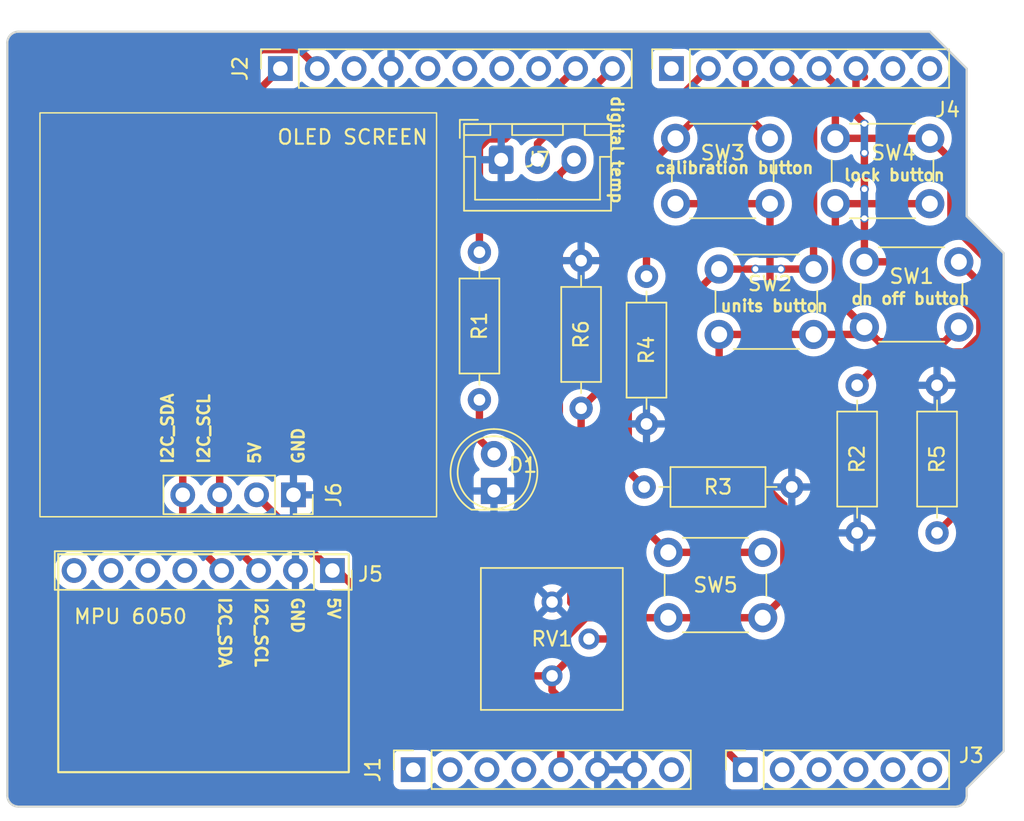
<source format=kicad_pcb>
(kicad_pcb (version 20240108) (generator "pcbnew") (generator_version "8.0")
  (title_block (date "mar. 31 mars 2015"))
  (layers (0 "F.Cu" signal) (31 "B.Cu" power) (34 "B.Paste" user) (35 "F.Paste" user) (36 "B.SilkS" user "B.Silkscreen") (37 "F.SilkS" user "F.Silkscreen") (38 "B.Mask" user) (39 "F.Mask" user) (44 "Edge.Cuts" user))
  (net 0 "")
  (net 1 "GND")
  (net 2 "+5V")
  (net 3 "/IOREF")
  (net 4 "/A1")
  (net 5 "/A2")
  (net 6 "/A3")
  (net 7 "/SDA{slash}A4")
  (net 8 "/SCL{slash}A5")
  (net 9 "/13")
  (net 10 "/12")
  (net 11 "/AREF")
  (net 12 "/temp_digital")
  (net 13 "/7")
  (net 14 "/*11")
  (net 15 "/*10")
  (net 16 "/TX{slash}1")
  (net 17 "/RX{slash}0")
  (net 18 "+3V3")
  (net 19 "VCC")
  (net 20 "/~{RESET}")
  (net 21 "/I2C_SCL")
  (net 22 "/I2C_SDA")
  (net 23 "/button_onoff")
  (net 24 "/button_lock")
  (net 25 "/button_light")
  (net 26 "/button_units")
  (net 27 "/button_cal")
  (net 28 "Net-(D1-A)")
  (net 29 "/led_light")
  (net 30 "/temp_sensor")
  (footprint "Connector_PinSocket_2.54mm:PinSocket_1x08_P2.54mm_Vertical" (layer "F.Cu") (at 127.94 97.46 90)
    (property "Reference" "J1" (at 0 -2.77 90) (layer "F.SilkS"))
    (property "Value" "Power")
    (fp_line (start 1.33 -1.33) (end 1.33 0) (stroke (width 0.12)) (layer "F.SilkS"))
    (fp_line (start 0 -1.33) (end 1.33 -1.33) (stroke (width 0.12)) (layer "F.SilkS"))
    (fp_line (start 1.33 1.27) (end 1.33 19.11) (stroke (width 0.12)) (layer "F.SilkS"))
    (fp_line (start -1.33 1.27) (end 1.33 1.27) (stroke (width 0.12)) (layer "F.SilkS"))
    (fp_line (start -1.33 1.27) (end -1.33 19.11) (stroke (width 0.12)) (layer "F.SilkS"))
    (fp_line (start -1.33 19.11) (end 1.33 19.11) (stroke (width 0.12)) (layer "F.SilkS"))
    (pad "1" thru_hole rect (at 0 0 90) (size 1.7 1.7) (drill 1) (layers "*.Cu" "*.Mask"))
    (pad "2" thru_hole oval (at 0 2.54 90) (size 1.7 1.7) (drill 1) (layers "*.Cu" "*.Mask") (net 3 "/IOREF"))
    (pad "3" thru_hole oval (at 0 5.08 90) (size 1.7 1.7) (drill 1) (layers "*.Cu" "*.Mask") (net 20 "/~{RESET}"))
    (pad "4" thru_hole oval (at 0 7.62 90) (size 1.7 1.7) (drill 1) (layers "*.Cu" "*.Mask") (net 18 "+3V3"))
    (pad "5" thru_hole oval (at 0 10.16 90) (size 1.7 1.7) (drill 1) (layers "*.Cu" "*.Mask") (net 2 "+5V"))
    (pad "6" thru_hole oval (at 0 12.7 90) (size 1.7 1.7) (drill 1) (layers "*.Cu" "*.Mask") (net 1 "GND"))
    (pad "7" thru_hole oval (at 0 15.24 90) (size 1.7 1.7) (drill 1) (layers "*.Cu" "*.Mask") (net 1 "GND"))
    (pad "8" thru_hole oval (at 0 17.78 90) (size 1.7 1.7) (drill 1) (layers "*.Cu" "*.Mask") (net 19 "VCC"))
  )
  (footprint "Connector_PinSocket_2.54mm:PinSocket_1x06_P2.54mm_Vertical" (layer "F.Cu") (at 150.8 97.46 90)
    (property "Reference" "J3" (at 0.98 15.56 180) (layer "F.SilkS"))
    (property "Value" "Analog")
    (fp_line (start 1.33 -1.33) (end 1.33 0) (stroke (width 0.12)) (layer "F.SilkS"))
    (fp_line (start 0 -1.33) (end 1.33 -1.33) (stroke (width 0.12)) (layer "F.SilkS"))
    (fp_line (start 1.33 1.27) (end 1.33 14.03) (stroke (width 0.12)) (layer "F.SilkS"))
    (fp_line (start -1.33 1.27) (end 1.33 1.27) (stroke (width 0.12)) (layer "F.SilkS"))
    (fp_line (start -1.33 1.27) (end -1.33 14.03) (stroke (width 0.12)) (layer "F.SilkS"))
    (fp_line (start -1.33 14.03) (end 1.33 14.03) (stroke (width 0.12)) (layer "F.SilkS"))
    (pad "1" thru_hole rect (at 0 0 90) (size 1.7 1.7) (drill 1) (layers "*.Cu" "*.Mask") (net 30 "/temp_sensor"))
    (pad "2" thru_hole oval (at 0 2.54 90) (size 1.7 1.7) (drill 1) (layers "*.Cu" "*.Mask") (net 4 "/A1"))
    (pad "3" thru_hole oval (at 0 5.08 90) (size 1.7 1.7) (drill 1) (layers "*.Cu" "*.Mask") (net 5 "/A2"))
    (pad "4" thru_hole oval (at 0 7.62 90) (size 1.7 1.7) (drill 1) (layers "*.Cu" "*.Mask") (net 6 "/A3"))
    (pad "5" thru_hole oval (at 0 10.16 90) (size 1.7 1.7) (drill 1) (layers "*.Cu" "*.Mask") (net 7 "/SDA{slash}A4"))
    (pad "6" thru_hole oval (at 0 12.7 90) (size 1.7 1.7) (drill 1) (layers "*.Cu" "*.Mask") (net 8 "/SCL{slash}A5"))
  )
  (footprint "Connector_PinSocket_2.54mm:PinSocket_1x10_P2.54mm_Vertical" (layer "F.Cu") (at 118.796 49.2 90)
    (property "Reference" "J2" (at 0 -2.77 90) (layer "F.SilkS"))
    (property "Value" "Digital/PWM")
    (fp_line (start 1.33 -1.33) (end 1.33 0) (stroke (width 0.12)) (layer "F.SilkS"))
    (fp_line (start 0 -1.33) (end 1.33 -1.33) (stroke (width 0.12)) (layer "F.SilkS"))
    (fp_line (start 1.33 1.27) (end 1.33 24.19) (stroke (width 0.12)) (layer "F.SilkS"))
    (fp_line (start -1.33 1.27) (end 1.33 1.27) (stroke (width 0.12)) (layer "F.SilkS"))
    (fp_line (start -1.33 1.27) (end -1.33 24.19) (stroke (width 0.12)) (layer "F.SilkS"))
    (fp_line (start -1.33 24.19) (end 1.33 24.19) (stroke (width 0.12)) (layer "F.SilkS"))
    (pad "1" thru_hole rect (at 0 0 90) (size 1.7 1.7) (drill 1) (layers "*.Cu" "*.Mask") (net 21 "/I2C_SCL"))
    (pad "2" thru_hole oval (at 0 2.54 90) (size 1.7 1.7) (drill 1) (layers "*.Cu" "*.Mask") (net 22 "/I2C_SDA"))
    (pad "3" thru_hole oval (at 0 5.08 90) (size 1.7 1.7) (drill 1) (layers "*.Cu" "*.Mask") (net 11 "/AREF"))
    (pad "4" thru_hole oval (at 0 7.62 90) (size 1.7 1.7) (drill 1) (layers "*.Cu" "*.Mask") (net 1 "GND"))
    (pad "5" thru_hole oval (at 0 10.16 90) (size 1.7 1.7) (drill 1) (layers "*.Cu" "*.Mask") (net 9 "/13"))
    (pad "6" thru_hole oval (at 0 12.7 90) (size 1.7 1.7) (drill 1) (layers "*.Cu" "*.Mask") (net 10 "/12"))
    (pad "7" thru_hole oval (at 0 15.24 90) (size 1.7 1.7) (drill 1) (layers "*.Cu" "*.Mask") (net 14 "/*11"))
    (pad "8" thru_hole oval (at 0 17.78 90) (size 1.7 1.7) (drill 1) (layers "*.Cu" "*.Mask") (net 15 "/*10"))
    (pad "9" thru_hole oval (at 0 20.32 90) (size 1.7 1.7) (drill 1) (layers "*.Cu" "*.Mask") (net 29 "/led_light"))
    (pad "10" thru_hole oval (at 0 22.86 90) (size 1.7 1.7) (drill 1) (layers "*.Cu" "*.Mask") (net 12 "/temp_digital"))
  )
  (footprint "Connector_PinSocket_2.54mm:PinSocket_1x08_P2.54mm_Vertical" (layer "F.Cu") (at 145.72 49.2 90)
    (property "Reference" "J4" (at -2.83 19 180) (layer "F.SilkS"))
    (property "Value" "Digital/PWM")
    (fp_line (start 1.33 -1.33) (end 1.33 0) (stroke (width 0.12)) (layer "F.SilkS"))
    (fp_line (start 0 -1.33) (end 1.33 -1.33) (stroke (width 0.12)) (layer "F.SilkS"))
    (fp_line (start 1.33 1.27) (end 1.33 19.11) (stroke (width 0.12)) (layer "F.SilkS"))
    (fp_line (start -1.33 1.27) (end 1.33 1.27) (stroke (width 0.12)) (layer "F.SilkS"))
    (fp_line (start -1.33 1.27) (end -1.33 19.11) (stroke (width 0.12)) (layer "F.SilkS"))
    (fp_line (start -1.33 19.11) (end 1.33 19.11) (stroke (width 0.12)) (layer "F.SilkS"))
    (pad "1" thru_hole rect (at 0 0 90) (size 1.7 1.7) (drill 1) (layers "*.Cu" "*.Mask") (net 13 "/7"))
    (pad "2" thru_hole oval (at 0 2.54 90) (size 1.7 1.7) (drill 1) (layers "*.Cu" "*.Mask") (net 25 "/button_light"))
    (pad "3" thru_hole oval (at 0 5.08 90) (size 1.7 1.7) (drill 1) (layers "*.Cu" "*.Mask") (net 27 "/button_cal"))
    (pad "4" thru_hole oval (at 0 7.62 90) (size 1.7 1.7) (drill 1) (layers "*.Cu" "*.Mask") (net 26 "/button_units"))
    (pad "5" thru_hole oval (at 0 10.16 90) (size 1.7 1.7) (drill 1) (layers "*.Cu" "*.Mask") (net 24 "/button_lock"))
    (pad "6" thru_hole oval (at 0 12.7 90) (size 1.7 1.7) (drill 1) (layers "*.Cu" "*.Mask") (net 23 "/button_onoff"))
    (pad "7" thru_hole oval (at 0 15.24 90) (size 1.7 1.7) (drill 1) (layers "*.Cu" "*.Mask") (net 16 "/TX{slash}1"))
    (pad "8" thru_hole oval (at 0 17.78 90) (size 1.7 1.7) (drill 1) (layers "*.Cu" "*.Mask") (net 17 "/RX{slash}0"))
  )
  (footprint "Button_Switch_THT:SW_PUSH_6mm" (layer "F.Cu") (at 157 54)
    (property "Reference" "SW4" (at 4 1 0) (layer "F.SilkS"))
    (property "Value" "SW_SPST")
    (fp_line (start -0.25 1.5) (end -0.25 3) (stroke (width 0.12)) (layer "F.SilkS"))
    (fp_line (start 1 5.5) (end 5.5 5.5) (stroke (width 0.12)) (layer "F.SilkS"))
    (fp_line (start 5.5 -1) (end 1 -1) (stroke (width 0.12)) (layer "F.SilkS"))
    (fp_line (start 6.75 3) (end 6.75 1.5) (stroke (width 0.12)) (layer "F.SilkS"))
    (pad "1" thru_hole circle (at 0 0 90) (size 2 2) (drill 1.1) (layers "*.Cu" "*.Mask") (net 24 "/button_lock"))
    (pad "1" thru_hole circle (at 6.5 0 90) (size 2 2) (drill 1.1) (layers "*.Cu" "*.Mask") (net 24 "/button_lock"))
    (pad "2" thru_hole circle (at 0 4.5 90) (size 2 2) (drill 1.1) (layers "*.Cu" "*.Mask") (net 2 "+5V"))
    (pad "2" thru_hole circle (at 6.5 4.5 90) (size 2 2) (drill 1.1) (layers "*.Cu" "*.Mask") (net 2 "+5V"))
  )
  (footprint "LED_THT:LED_D5.0mm" (layer "F.Cu") (at 133.5 78.275 90)
    (property "Reference" "D1" (at 1.775 2 180) (layer "F.SilkS"))
    (property "Value" "LED")
    (fp_line (start -1.29 -1.545) (end -1.29 1.545) (stroke (width 0.12)) (layer "F.SilkS"))
    (fp_arc (start -1.29 -1.54483) (mid 2.072002 -2.880433) (end 4.26 0.000462) (stroke (width 0.12)) (layer "F.SilkS"))
    (fp_arc (start 4.26 -0.000462) (mid 2.072002 2.880433) (end -1.29 1.54483) (stroke (width 0.12)) (layer "F.SilkS"))
    (fp_circle (center 1.27 0) (end 3.77 0) (stroke (width 0.12)) (fill none) (layer "F.SilkS"))
    (pad "1" thru_hole rect (at 0 0 90) (size 1.8 1.8) (drill 0.9) (layers "*.Cu" "*.Mask") (net 1 "GND"))
    (pad "2" thru_hole circle (at 2.54 0 90) (size 1.8 1.8) (drill 0.9) (layers "*.Cu" "*.Mask") (net 28 "Net-(D1-A)"))
  )
  (footprint "Button_Switch_THT:SW_PUSH_6mm" (layer "F.Cu") (at 145.5 82.5)
    (property "Reference" "SW5" (at 3.25 2.25 0) (layer "F.SilkS"))
    (property "Value" "SW_SPST")
    (fp_line (start -0.25 1.5) (end -0.25 3) (stroke (width 0.12)) (layer "F.SilkS"))
    (fp_line (start 1 5.5) (end 5.5 5.5) (stroke (width 0.12)) (layer "F.SilkS"))
    (fp_line (start 5.5 -1) (end 1 -1) (stroke (width 0.12)) (layer "F.SilkS"))
    (fp_line (start 6.75 3) (end 6.75 1.5) (stroke (width 0.12)) (layer "F.SilkS"))
    (pad "1" thru_hole circle (at 0 0 90) (size 2 2) (drill 1.1) (layers "*.Cu" "*.Mask") (net 25 "/button_light"))
    (pad "1" thru_hole circle (at 6.5 0 90) (size 2 2) (drill 1.1) (layers "*.Cu" "*.Mask") (net 25 "/button_light"))
    (pad "2" thru_hole circle (at 0 4.5 90) (size 2 2) (drill 1.1) (layers "*.Cu" "*.Mask") (net 2 "+5V"))
    (pad "2" thru_hole circle (at 6.5 4.5 90) (size 2 2) (drill 1.1) (layers "*.Cu" "*.Mask") (net 2 "+5V"))
  )
  (footprint "Button_Switch_THT:SW_PUSH_6mm" (layer "F.Cu") (at 149 63)
    (property "Reference" "SW2" (at 3.5 1 0) (layer "F.SilkS"))
    (property "Value" "SW_SPST")
    (fp_line (start -0.25 1.5) (end -0.25 3) (stroke (width 0.12)) (layer "F.SilkS"))
    (fp_line (start 1 5.5) (end 5.5 5.5) (stroke (width 0.12)) (layer "F.SilkS"))
    (fp_line (start 5.5 -1) (end 1 -1) (stroke (width 0.12)) (layer "F.SilkS"))
    (fp_line (start 6.75 3) (end 6.75 1.5) (stroke (width 0.12)) (layer "F.SilkS"))
    (pad "1" thru_hole circle (at 0 0 90) (size 2 2) (drill 1.1) (layers "*.Cu" "*.Mask") (net 26 "/button_units"))
    (pad "1" thru_hole circle (at 6.5 0 90) (size 2 2) (drill 1.1) (layers "*.Cu" "*.Mask") (net 26 "/button_units"))
    (pad "2" thru_hole circle (at 0 4.5 90) (size 2 2) (drill 1.1) (layers "*.Cu" "*.Mask") (net 2 "+5V"))
    (pad "2" thru_hole circle (at 6.5 4.5 90) (size 2 2) (drill 1.1) (layers "*.Cu" "*.Mask") (net 2 "+5V"))
  )
  (footprint "Resistor_THT:R_Axial_DIN0207_L6.3mm_D2.5mm_P10.16mm_Horizontal" (layer "F.Cu") (at 144 63.5 -90)
    (property "Reference" "R4" (at 5.08 0 90) (layer "F.SilkS"))
    (property "Value" "100k")
    (fp_line (start 1.81 1.37) (end 8.35 1.37) (stroke (width 0.12)) (layer "F.SilkS"))
    (fp_line (start 8.35 1.37) (end 8.35 -1.37) (stroke (width 0.12)) (layer "F.SilkS"))
    (fp_line (start 1.04 0) (end 1.81 0) (stroke (width 0.12)) (layer "F.SilkS"))
    (fp_line (start 9.12 0) (end 8.35 0) (stroke (width 0.12)) (layer "F.SilkS"))
    (fp_line (start 1.81 -1.37) (end 1.81 1.37) (stroke (width 0.12)) (layer "F.SilkS"))
    (fp_line (start 8.35 -1.37) (end 1.81 -1.37) (stroke (width 0.12)) (layer "F.SilkS"))
    (pad "1" thru_hole circle (at 0 0 270) (size 1.6 1.6) (drill 0.8) (layers "*.Cu" "*.Mask") (net 27 "/button_cal"))
    (pad "2" thru_hole oval (at 10.16 0 270) (size 1.6 1.6) (drill 0.8) (layers "*.Cu" "*.Mask") (net 1 "GND"))
  )
  (footprint "Resistor_THT:R_Axial_DIN0207_L6.3mm_D2.5mm_P10.16mm_Horizontal" (layer "F.Cu") (at 132.5 61.84 -90)
    (property "Reference" "R1" (at 5.08 0 -90) (layer "F.SilkS"))
    (property "Value" "1k")
    (fp_line (start 1.81 1.37) (end 8.35 1.37) (stroke (width 0.12)) (layer "F.SilkS"))
    (fp_line (start 8.35 1.37) (end 8.35 -1.37) (stroke (width 0.12)) (layer "F.SilkS"))
    (fp_line (start 1.04 0) (end 1.81 0) (stroke (width 0.12)) (layer "F.SilkS"))
    (fp_line (start 9.12 0) (end 8.35 0) (stroke (width 0.12)) (layer "F.SilkS"))
    (fp_line (start 1.81 -1.37) (end 1.81 1.37) (stroke (width 0.12)) (layer "F.SilkS"))
    (fp_line (start 8.35 -1.37) (end 1.81 -1.37) (stroke (width 0.12)) (layer "F.SilkS"))
    (pad "1" thru_hole circle (at 0 0 270) (size 1.6 1.6) (drill 0.8) (layers "*.Cu" "*.Mask") (net 29 "/led_light"))
    (pad "2" thru_hole oval (at 10.16 0 270) (size 1.6 1.6) (drill 0.8) (layers "*.Cu" "*.Mask") (net 28 "Net-(D1-A)"))
  )
  (footprint "Connector_JST:JST_XH_B3B-XH-A_1x03_P2.50mm_Vertical" (layer "F.Cu") (at 134 55.475)
    (property "Reference" "J7" (at 2.5 0 0) (layer "F.SilkS"))
    (property "Value" "CONN_TEMP")
    (fp_line (start -2.85 -2.75) (end -2.85 -1.5) (stroke (width 0.12)) (layer "F.SilkS"))
    (fp_line (start -2.56 -2.46) (end -2.56 3.51) (stroke (width 0.12)) (layer "F.SilkS"))
    (fp_line (start -2.56 3.51) (end 7.56 3.51) (stroke (width 0.12)) (layer "F.SilkS"))
    (fp_line (start -2.55 -2.45) (end -2.55 -1.7) (stroke (width 0.12)) (layer "F.SilkS"))
    (fp_line (start -2.55 -1.7) (end -0.75 -1.7) (stroke (width 0.12)) (layer "F.SilkS"))
    (fp_line (start -2.55 -0.2) (end -1.8 -0.2) (stroke (width 0.12)) (layer "F.SilkS"))
    (fp_line (start -1.8 -0.2) (end -1.8 2.75) (stroke (width 0.12)) (layer "F.SilkS"))
    (fp_line (start -1.8 2.75) (end 2.5 2.75) (stroke (width 0.12)) (layer "F.SilkS"))
    (fp_line (start -1.6 -2.75) (end -2.85 -2.75) (stroke (width 0.12)) (layer "F.SilkS"))
    (fp_line (start -0.75 -2.45) (end -2.55 -2.45) (stroke (width 0.12)) (layer "F.SilkS"))
    (fp_line (start -0.75 -1.7) (end -0.75 -2.45) (stroke (width 0.12)) (layer "F.SilkS"))
    (fp_line (start 0.75 -2.45) (end 0.75 -1.7) (stroke (width 0.12)) (layer "F.SilkS"))
    (fp_line (start 0.75 -1.7) (end 4.25 -1.7) (stroke (width 0.12)) (layer "F.SilkS"))
    (fp_line (start 4.25 -2.45) (end 0.75 -2.45) (stroke (width 0.12)) (layer "F.SilkS"))
    (fp_line (start 4.25 -1.7) (end 4.25 -2.45) (stroke (width 0.12)) (layer "F.SilkS"))
    (fp_line (start 5.75 -2.45) (end 5.75 -1.7) (stroke (width 0.12)) (layer "F.SilkS"))
    (fp_line (start 5.75 -1.7) (end 7.55 -1.7) (stroke (width 0.12)) (layer "F.SilkS"))
    (fp_line (start 6.8 -0.2) (end 6.8 2.75) (stroke (width 0.12)) (layer "F.SilkS"))
    (fp_line (start 6.8 2.75) (end 2.5 2.75) (stroke (width 0.12)) (layer "F.SilkS"))
    (fp_line (start 7.55 -2.45) (end 5.75 -2.45) (stroke (width 0.12)) (layer "F.SilkS"))
    (fp_line (start 7.55 -1.7) (end 7.55 -2.45) (stroke (width 0.12)) (layer "F.SilkS"))
    (fp_line (start 7.55 -0.2) (end 6.8 -0.2) (stroke (width 0.12)) (layer "F.SilkS"))
    (fp_line (start 7.56 -2.46) (end -2.56 -2.46) (stroke (width 0.12)) (layer "F.SilkS"))
    (fp_line (start 7.56 3.51) (end 7.56 -2.46) (stroke (width 0.12)) (layer "F.SilkS"))
    (pad "1" thru_hole roundrect (at 0 0) (size 1.7 1.95) (drill 0.95) (layers "*.Cu" "*.Mask") (roundrect_rratio 0.147059) (net 1 "GND"))
    (pad "2" thru_hole oval (at 2.5 0) (size 1.7 1.95) (drill 0.95) (layers "*.Cu" "*.Mask") (net 12 "/temp_digital"))
    (pad "3" thru_hole oval (at 5 0) (size 1.7 1.95) (drill 0.95) (layers "*.Cu" "*.Mask") (net 2 "+5V"))
  )
  (footprint "Button_Switch_THT:SW_PUSH_6mm" (layer "F.Cu") (at 146 54)
    (property "Reference" "SW3" (at 3.25 1 0) (layer "F.SilkS"))
    (property "Value" "SW_SPST")
    (fp_line (start -0.25 1.5) (end -0.25 3) (stroke (width 0.12)) (layer "F.SilkS"))
    (fp_line (start 1 5.5) (end 5.5 5.5) (stroke (width 0.12)) (layer "F.SilkS"))
    (fp_line (start 5.5 -1) (end 1 -1) (stroke (width 0.12)) (layer "F.SilkS"))
    (fp_line (start 6.75 3) (end 6.75 1.5) (stroke (width 0.12)) (layer "F.SilkS"))
    (pad "1" thru_hole circle (at 0 0 90) (size 2 2) (drill 1.1) (layers "*.Cu" "*.Mask") (net 27 "/button_cal"))
    (pad "1" thru_hole circle (at 6.5 0 90) (size 2 2) (drill 1.1) (layers "*.Cu" "*.Mask") (net 27 "/button_cal"))
    (pad "2" thru_hole circle (at 0 4.5 90) (size 2 2) (drill 1.1) (layers "*.Cu" "*.Mask") (net 2 "+5V"))
    (pad "2" thru_hole circle (at 6.5 4.5 90) (size 2 2) (drill 1.1) (layers "*.Cu" "*.Mask") (net 2 "+5V"))
  )
  (footprint "Connector_PinSocket_2.54mm:PinSocket_1x04_P2.54mm_Vertical" (layer "F.Cu") (at 119.7 78.54 -90)
    (property "Reference" "J6" (at 0 -2.77 90) (layer "F.SilkS"))
    (property "Value" "CONN_DISPLAY")
    (fp_line (start -1.33 8.95) (end 1.33 8.95) (stroke (width 0.12)) (layer "F.SilkS"))
    (fp_line (start -1.33 1.27) (end -1.33 8.95) (stroke (width 0.12)) (layer "F.SilkS"))
    (fp_line (start -1.33 1.27) (end 1.33 1.27) (stroke (width 0.12)) (layer "F.SilkS"))
    (fp_line (start 1.33 1.27) (end 1.33 8.95) (stroke (width 0.12)) (layer "F.SilkS"))
    (fp_line (start 0 -1.33) (end 1.33 -1.33) (stroke (width 0.12)) (layer "F.SilkS"))
    (fp_line (start 1.33 -1.33) (end 1.33 0) (stroke (width 0.12)) (layer "F.SilkS"))
    (pad "1" thru_hole rect (at 0 0 270) (size 1.7 1.7) (drill 1) (layers "*.Cu" "*.Mask") (net 1 "GND"))
    (pad "2" thru_hole oval (at 0 2.54 270) (size 1.7 1.7) (drill 1) (layers "*.Cu" "*.Mask") (net 2 "+5V"))
    (pad "3" thru_hole oval (at 0 5.08 270) (size 1.7 1.7) (drill 1) (layers "*.Cu" "*.Mask") (net 21 "/I2C_SCL"))
    (pad "4" thru_hole oval (at 0 7.62 270) (size 1.7 1.7) (drill 1) (layers "*.Cu" "*.Mask") (net 22 "/I2C_SDA"))
  )
  (footprint "Button_Switch_THT:SW_PUSH_6mm" (layer "F.Cu") (at 159 62.5)
    (property "Reference" "SW1" (at 3.25 1 0) (layer "F.SilkS"))
    (property "Value" "SW_SPST")
    (fp_line (start -0.25 1.5) (end -0.25 3) (stroke (width 0.12)) (layer "F.SilkS"))
    (fp_line (start 1 5.5) (end 5.5 5.5) (stroke (width 0.12)) (layer "F.SilkS"))
    (fp_line (start 5.5 -1) (end 1 -1) (stroke (width 0.12)) (layer "F.SilkS"))
    (fp_line (start 6.75 3) (end 6.75 1.5) (stroke (width 0.12)) (layer "F.SilkS"))
    (pad "1" thru_hole circle (at 0 0 90) (size 2 2) (drill 1.1) (layers "*.Cu" "*.Mask") (net 23 "/button_onoff"))
    (pad "1" thru_hole circle (at 6.5 0 90) (size 2 2) (drill 1.1) (layers "*.Cu" "*.Mask") (net 23 "/button_onoff"))
    (pad "2" thru_hole circle (at 0 4.5 90) (size 2 2) (drill 1.1) (layers "*.Cu" "*.Mask") (net 2 "+5V"))
    (pad "2" thru_hole circle (at 6.5 4.5 90) (size 2 2) (drill 1.1) (layers "*.Cu" "*.Mask") (net 2 "+5V"))
  )
  (footprint "Resistor_THT:R_Axial_DIN0207_L6.3mm_D2.5mm_P10.16mm_Horizontal" (layer "F.Cu") (at 164 81.16 90)
    (property "Reference" "R5" (at 5.08 0 90) (layer "F.SilkS"))
    (property "Value" "100k")
    (fp_line (start 8.35 -1.37) (end 1.81 -1.37) (stroke (width 0.12)) (layer "F.SilkS"))
    (fp_line (start 1.81 -1.37) (end 1.81 1.37) (stroke (width 0.12)) (layer "F.SilkS"))
    (fp_line (start 9.12 0) (end 8.35 0) (stroke (width 0.12)) (layer "F.SilkS"))
    (fp_line (start 1.04 0) (end 1.81 0) (stroke (width 0.12)) (layer "F.SilkS"))
    (fp_line (start 8.35 1.37) (end 8.35 -1.37) (stroke (width 0.12)) (layer "F.SilkS"))
    (fp_line (start 1.81 1.37) (end 8.35 1.37) (stroke (width 0.12)) (layer "F.SilkS"))
    (pad "1" thru_hole circle (at 0 0 90) (size 1.6 1.6) (drill 0.8) (layers "*.Cu" "*.Mask") (net 24 "/button_lock"))
    (pad "2" thru_hole oval (at 10.16 0 90) (size 1.6 1.6) (drill 0.8) (layers "*.Cu" "*.Mask") (net 1 "GND"))
  )
  (footprint "Resistor_THT:R_Axial_DIN0207_L6.3mm_D2.5mm_P10.16mm_Horizontal" (layer "F.Cu") (at 158.5 71 -90)
    (property "Reference" "R2" (at 5.08 0 -90) (layer "F.SilkS"))
    (property "Value" "100k")
    (fp_line (start 1.81 1.37) (end 8.35 1.37) (stroke (width 0.12)) (layer "F.SilkS"))
    (fp_line (start 8.35 1.37) (end 8.35 -1.37) (stroke (width 0.12)) (layer "F.SilkS"))
    (fp_line (start 1.04 0) (end 1.81 0) (stroke (width 0.12)) (layer "F.SilkS"))
    (fp_line (start 9.12 0) (end 8.35 0) (stroke (width 0.12)) (layer "F.SilkS"))
    (fp_line (start 1.81 -1.37) (end 1.81 1.37) (stroke (width 0.12)) (layer "F.SilkS"))
    (fp_line (start 8.35 -1.37) (end 1.81 -1.37) (stroke (width 0.12)) (layer "F.SilkS"))
    (pad "1" thru_hole circle (at 0 0 270) (size 1.6 1.6) (drill 0.8) (layers "*.Cu" "*.Mask") (net 23 "/button_onoff"))
    (pad "2" thru_hole oval (at 10.16 0 270) (size 1.6 1.6) (drill 0.8) (layers "*.Cu" "*.Mask") (net 1 "GND"))
  )
  (footprint "Potentiometer_THT:Potentiometer_Bourns_3386P_Vertical" (layer "F.Cu") (at 137.5 91)
    (property "Reference" "RV1" (at -0.015 -2.54 0) (layer "F.SilkS"))
    (property "Value" "10k")
    (fp_line (start -4.9 -7.425) (end -4.9 2.345) (stroke (width 0.12)) (layer "F.SilkS"))
    (fp_line (start -4.9 -7.425) (end 4.87 -7.425) (stroke (width 0.12)) (layer "F.SilkS"))
    (fp_line (start -4.9 2.345) (end 4.87 2.345) (stroke (width 0.12)) (layer "F.SilkS"))
    (fp_line (start 4.87 -7.425) (end 4.87 2.345) (stroke (width 0.12)) (layer "F.SilkS"))
    (pad "1" thru_hole circle (at 0 0) (size 1.44 1.44) (drill 0.8) (layers "*.Cu" "*.Mask") (net 2 "+5V"))
    (pad "2" thru_hole circle (at 2.54 -2.54) (size 1.44 1.44) (drill 0.8) (layers "*.Cu" "*.Mask") (net 30 "/temp_sensor"))
    (pad "3" thru_hole circle (at 0 -5.08) (size 1.44 1.44) (drill 0.8) (layers "*.Cu" "*.Mask") (net 1 "GND"))
  )
  (footprint "Connector_PinSocket_2.54mm:PinSocket_1x08_P2.54mm_Vertical" (layer "F.Cu") (at 122.38 83.75 -90)
    (property "Reference" "J5" (at 0.25 -2.62 180) (layer "F.SilkS"))
    (property "Value" "CONN_GYRO")
    (fp_line (start -1.33 19.11) (end 1.33 19.11) (stroke (width 0.12)) (layer "F.SilkS"))
    (fp_line (start -1.33 1.27) (end -1.33 19.11) (stroke (width 0.12)) (layer "F.SilkS"))
    (fp_line (start -1.33 1.27) (end 1.33 1.27) (stroke (width 0.12)) (layer "F.SilkS"))
    (fp_line (start 1.33 1.27) (end 1.33 19.11) (stroke (width 0.12)) (layer "F.SilkS"))
    (fp_line (start 0 -1.33) (end 1.33 -1.33) (stroke (width 0.12)) (layer "F.SilkS"))
    (fp_line (start 1.33 -1.33) (end 1.33 0) (stroke (width 0.12)) (layer "F.SilkS"))
    (pad "1" thru_hole rect (at 0 0 270) (size 1.7 1.7) (drill 1) (layers "*.Cu" "*.Mask") (net 2 "+5V"))
    (pad "2" thru_hole oval (at 0 2.54 270) (size 1.7 1.7) (drill 1) (layers "*.Cu" "*.Mask") (net 1 "GND"))
    (pad "3" thru_hole oval (at 0 5.08 270) (size 1.7 1.7) (drill 1) (layers "*.Cu" "*.Mask") (net 21 "/I2C_SCL"))
    (pad "4" thru_hole oval (at 0 7.62 270) (size 1.7 1.7) (drill 1) (layers "*.Cu" "*.Mask") (net 22 "/I2C_SDA"))
    (pad "5" thru_hole oval (at 0 10.16 270) (size 1.7 1.7) (drill 1) (layers "*.Cu" "*.Mask"))
    (pad "6" thru_hole oval (at 0 12.7 270) (size 1.7 1.7) (drill 1) (layers "*.Cu" "*.Mask"))
    (pad "7" thru_hole oval (at 0 15.24 270) (size 1.7 1.7) (drill 1) (layers "*.Cu" "*.Mask"))
    (pad "8" thru_hole oval (at 0 17.78 270) (size 1.7 1.7) (drill 1) (layers "*.Cu" "*.Mask"))
  )
  (footprint "Resistor_THT:R_Axial_DIN0207_L6.3mm_D2.5mm_P10.16mm_Horizontal" (layer "F.Cu") (at 139.5 72.58 90)
    (property "Reference" "R6" (at 5.08 0 90) (layer "F.SilkS"))
    (property "Value" "100k")
    (fp_line (start 8.35 -1.37) (end 1.81 -1.37) (stroke (width 0.12)) (layer "F.SilkS"))
    (fp_line (start 1.81 -1.37) (end 1.81 1.37) (stroke (width 0.12)) (layer "F.SilkS"))
    (fp_line (start 9.12 0) (end 8.35 0) (stroke (width 0.12)) (layer "F.SilkS"))
    (fp_line (start 1.04 0) (end 1.81 0) (stroke (width 0.12)) (layer "F.SilkS"))
    (fp_line (start 8.35 1.37) (end 8.35 -1.37) (stroke (width 0.12)) (layer "F.SilkS"))
    (fp_line (start 1.81 1.37) (end 8.35 1.37) (stroke (width 0.12)) (layer "F.SilkS"))
    (pad "1" thru_hole circle (at 0 0 90) (size 1.6 1.6) (drill 0.8) (layers "*.Cu" "*.Mask") (net 25 "/button_light"))
    (pad "2" thru_hole oval (at 10.16 0 90) (size 1.6 1.6) (drill 0.8) (layers "*.Cu" "*.Mask") (net 1 "GND"))
  )
  (footprint "Resistor_THT:R_Axial_DIN0207_L6.3mm_D2.5mm_P10.16mm_Horizontal" (layer "F.Cu") (at 143.84 78)
    (property "Reference" "R3" (at 5.08 0 0) (layer "F.SilkS"))
    (property "Value" "100k")
    (fp_line (start 1.04 0) (end 1.81 0) (stroke (width 0.12)) (layer "F.SilkS"))
    (fp_line (start 1.81 -1.37) (end 1.81 1.37) (stroke (width 0.12)) (layer "F.SilkS"))
    (fp_line (start 1.81 1.37) (end 8.35 1.37) (stroke (width 0.12)) (layer "F.SilkS"))
    (fp_line (start 8.35 -1.37) (end 1.81 -1.37) (stroke (width 0.12)) (layer "F.SilkS"))
    (fp_line (start 8.35 1.37) (end 8.35 -1.37) (stroke (width 0.12)) (layer "F.SilkS"))
    (fp_line (start 9.12 0) (end 8.35 0) (stroke (width 0.12)) (layer "F.SilkS"))
    (pad "1" thru_hole circle (at 0 0) (size 1.6 1.6) (drill 0.8) (layers "*.Cu" "*.Mask") (net 26 "/button_units"))
    (pad "2" thru_hole oval (at 10.16 0) (size 1.6 1.6) (drill 0.8) (layers "*.Cu" "*.Mask") (net 1 "GND"))
  )
  (gr_rect (start 103.51 82.63) (end 123.51 97.63) (stroke (width 0.15)) (fill none) (layer "F.SilkS"))
  (gr_rect (start 102.25 52.25) (end 129.55 80.05) (stroke (width 0.1)) (fill none) (layer "F.SilkS"))
  (gr_line (start 166.04 59.36) (end 168.58 61.9) (stroke (width 0.15)) (layer "Edge.Cuts"))
  (gr_line (start 100 99.238) (end 100 47.422) (stroke (width 0.15)) (layer "Edge.Cuts"))
  (gr_line (start 168.58 61.9) (end 168.58 96.19) (stroke (width 0.15)) (layer "Edge.Cuts"))
  (gr_line (start 165.278 100) (end 100.762 100) (stroke (width 0.15)) (layer "Edge.Cuts"))
  (gr_line (start 100.762 46.66) (end 163.5 46.66) (stroke (width 0.15)) (layer "Edge.Cuts"))
  (gr_arc (start 100.762 100) (mid 100.223185 99.776815) (end 100 99.238) (stroke (width 0.15)) (layer "Edge.Cuts"))
  (gr_line (start 168.58 96.19) (end 166.04 98.73) (stroke (width 0.15)) (layer "Edge.Cuts"))
  (gr_line (start 163.5 46.66) (end 166.04 49.2) (stroke (width 0.15)) (layer "Edge.Cuts"))
  (gr_arc (start 166.04 99.238) (mid 165.816815 99.776815) (end 165.278 100) (stroke (width 0.15)) (layer "Edge.Cuts"))
  (gr_line (start 166.04 49.2) (end 166.04 59.36) (stroke (width 0.15)) (layer "Edge.Cuts"))
  (gr_line (start 166.04 98.73) (end 166.04 99.238) (stroke (width 0.15)) (layer "Edge.Cuts"))
  (gr_arc (start 100 47.422) (mid 100.223185 46.883185) (end 100.762 46.66) (stroke (width 0.15)) (layer "Edge.Cuts"))
  (gr_text "GND" (at 120.5 76.5 90) (layer "F.SilkS") (effects (font (size 0.8 0.8) (thickness 0.175)) (justify left bottom)))
  (gr_text "I2C_SCL\n" (at 114 76.5 90) (layer "F.SilkS") (effects (font (size 0.8 0.8) (thickness 0.175)) (justify left bottom)))
  (gr_text "I2C_SDA" (at 114.5 85.5 270) (layer "F.SilkS") (effects (font (size 0.8 0.8) (thickness 0.175)) (justify left bottom)))
  (gr_text "on off button\n" (at 158 65.5 0) (layer "F.SilkS") (effects (font (size 0.8 0.8) (thickness 0.175)) (justify left bottom)))
  (gr_text "5V" (at 117.5 76.5 90) (layer "F.SilkS") (effects (font (size 0.8 0.8) (thickness 0.175)) (justify left bottom)))
  (gr_text "I2C_SDA" (at 111.5 76.5 90) (layer "F.SilkS") (effects (font (size 0.8 0.8) (thickness 0.175)) (justify left bottom)))
  (gr_text "lock button" (at 157.5 57 0) (layer "F.SilkS") (effects (font (size 0.8 0.8) (thickness 0.175)) (justify left bottom)))
  (gr_text "5V" (at 122 85.5 270) (layer "F.SilkS") (effects (font (size 0.8 0.8) (thickness 0.175)) (justify left bottom)))
  (gr_text "calibration button\n" (at 144.5 56.5 0) (layer "F.SilkS") (effects (font (size 0.8 0.8) (thickness 0.175)) (justify left bottom)))
  (gr_text "I2C_SCL\n" (at 117 85.5 270) (layer "F.SilkS") (effects (font (size 0.8 0.8) (thickness 0.175)) (justify left bottom)))
  (gr_text "OLED SCREEN" (at 118.5 54.5 0) (layer "F.SilkS") (effects (font (size 1 1)) (justify left bottom)))
  (gr_text "units button\n" (at 149 66 0) (layer "F.SilkS") (effects (font (size 0.8 0.8) (thickness 0.175)) (justify left bottom)))
  (gr_text "GND\n" (at 119.5 85.5 270) (layer "F.SilkS") (effects (font (size 0.8 0.8) (thickness 0.175)) (justify left bottom)))
  (gr_text "digital temp" (at 141.5 51 270) (layer "F.SilkS") (effects (font (size 0.8 0.8) (thickness 0.175)) (justify left bottom)))
  (gr_text "MPU 6050" (at 104.5 87.5 0) (layer "F.SilkS") (effects (font (size 1 1)) (justify left bottom)))
  (segment (start 139.839713 87) (end 145.5 87) (width 0.508) (layer "F.Cu") (net 2))
  (segment (start 160 68) (end 164.5 68) (width 0.508) (layer "F.Cu") (net 2))
  (segment (start 153.454 79.227424) (end 149 74.773424) (width 0.508) (layer "F.Cu") (net 2))
  (segment (start 138.5 88.339713) (end 139.839713 87) (width 0.508) (layer "F.Cu") (net 2))
  (segment (start 139.839713 87) (end 138.792 85.952287) (width 0.508) (layer "F.Cu") (net 2))
  (segment (start 159 67) (end 160 68) (width 0.508) (layer "F.Cu") (net 2))
  (segment (start 122.75 83.75) (end 130 91) (width 0.508) (layer "F.Cu") (net 2))
  (segment (start 137.5 91) (end 138.5 90) (width 0.508) (layer "F.Cu") (net 2))
  (segment (start 146 58.5) (end 152.5 58.5) (width 0.508) (layer "F.Cu") (net 2))
  (segment (start 117.16 78.608) (end 122.302 83.75) (width 0.508) (layer "F.Cu") (net 2))
  (segment (start 152.5 67.5) (end 155.5 67.5) (width 0.508) (layer "F.Cu") (net 2))
  (segment (start 149 67.5) (end 152.5 67.5) (width 0.508) (layer "F.Cu") (net 2))
  (segment (start 145.5 87) (end 152 87) (width 0.508) (layer "F.Cu") (net 2))
  (segment (start 122.302 83.75) (end 122.38 83.75) (width 0.508) (layer "F.Cu") (net 2))
  (segment (start 158.5 67.5) (end 159 67) (width 0.508) (layer "F.Cu") (net 2))
  (segment (start 138.792 85.952287) (end 138.792 76.792) (width 0.508) (layer "F.Cu") (net 2))
  (segment (start 138.1 92.6) (end 138.1 97.46) (width 0.508) (layer "F.Cu") (net 2))
  (segment (start 138 56.475) (end 139 55.475) (width 0.508) (layer "F.Cu") (net 2))
  (segment (start 137.5 92) (end 138.1 92.6) (width 0.508) (layer "F.Cu") (net 2))
  (segment (start 138.792 76.792) (end 138 76) (width 0.508) (layer "F.Cu") (net 2))
  (segment (start 157 58.5) (end 163.5 58.5) (width 0.508) (layer "F.Cu") (net 2))
  (segment (start 137.5 91) (end 137.5 92) (width 0.508) (layer "F.Cu") (net 2))
  (segment (start 117.16 78.54) (end 117.16 78.608) (width 0.508) (layer "F.Cu") (net 2))
  (segment (start 138 76) (end 138 56.475) (width 0.508) (layer "F.Cu") (net 2))
  (segment (start 164.5 68) (end 165.5 67) (width 0.508) (layer "F.Cu") (net 2))
  (segment (start 138.5 90) (end 138.5 88.339713) (width 0.508) (layer "F.Cu") (net 2))
  (segment (start 159 67) (end 157 65) (width 0.508) (layer "F.Cu") (net 2))
  (segment (start 130 91) (end 137.5 91) (width 0.508) (layer "F.Cu") (net 2))
  (segment (start 155.5 67.5) (end 158.5 67.5) (width 0.508) (layer "F.Cu") (net 2))
  (segment (start 153.454 85.546) (end 153.454 79.227424) (width 0.508) (layer "F.Cu") (net 2))
  (segment (start 152 87) (end 153.454 85.546) (width 0.508) (layer "F.Cu") (net 2))
  (segment (start 152.5 58.5) (end 152.5 67.5) (width 0.508) (layer "F.Cu") (net 2))
  (segment (start 157 65) (end 157 58.5) (width 0.508) (layer "F.Cu") (net 2))
  (segment (start 149 74.773424) (end 149 67.5) (width 0.508) (layer "F.Cu") (net 2))
  (segment (start 122.38 83.75) (end 122.75 83.75) (width 0.508) (layer "F.Cu") (net 2))
  (segment (start 136.5 55.475) (end 136.5 54.356) (width 0.508) (layer "F.Cu") (net 12))
  (segment (start 136.5 54.356) (end 141.656 49.2) (width 0.508) (layer "F.Cu") (net 12))
  (segment (start 114.62 78.54) (end 114.62 81.07) (width 0.508) (layer "F.Cu") (net 21))
  (segment (start 114.62 78.54) (end 114.62 53.376) (width 0.508) (layer "F.Cu") (net 21))
  (segment (start 114.62 53.376) (end 118.796 49.2) (width 0.508) (layer "F.Cu") (net 21))
  (segment (start 114.62 81.07) (end 117.3 83.75) (width 0.508) (layer "F.Cu") (net 21))
  (segment (start 112.08 78.54) (end 112.08 53.308) (width 0.508) (layer "F.Cu") (net 22))
  (segment (start 112.08 81.07) (end 114.76 83.75) (width 0.508) (layer "F.Cu") (net 22))
  (segment (start 112.08 53.308) (end 117.492 47.896) (width 0.508) (layer "F.Cu") (net 22))
  (segment (start 112.08 78.54) (end 112.08 81.07) (width 0.508) (layer "F.Cu") (net 22))
  (segment (start 121.336 49.132) (end 121.336 49.2) (width 0.508) (layer "F.Cu") (net 22))
  (segment (start 120.1 47.896) (end 121.336 49.132) (width 0.508) (layer "F.Cu") (net 22))
  (segment (start 117.492 47.896) (end 120.1 47.896) (width 0.508) (layer "F.Cu") (net 22))
  (segment (start 165.848267 68.708) (end 160.792 68.708) (width 0.508) (layer "F.Cu") (net 23))
  (segment (start 166.954 67.602267) (end 165.848267 68.708) (width 0.508) (layer "F.Cu") (net 23))
  (segment (start 166.954 67.602267) (end 166.954 63.954) (width 0.508) (layer "F.Cu") (net 23))
  (segment (start 159 55) (end 159 57.5) (width 0.508) (layer "F.Cu") (net 23))
  (segment (start 159 62.5) (end 163.056267 62.5) (width 0.508) (layer "F.Cu") (net 23))
  (segment (start 158.42 49.2) (end 158.42 52.42) (width 0.508) (layer "F.Cu") (net 23))
  (segment (start 159 49.78) (end 158.42 49.2) (width 0.508) (layer "F.Cu") (net 23))
  (segment (start 166.954 63.954) (end 165.5 62.5) (width 0.508) (layer "F.Cu") (net 23))
  (segment (start 163.056267 62.5) (end 166.954 66.397733) (width 0.508) (layer "F.Cu") (net 23))
  (segment (start 159 59.5) (end 159 62.5) (width 0.508) (layer "F.Cu") (net 23))
  (segment (start 166.954 66.397733) (end 166.954 67.602267) (width 0.508) (layer "F.Cu") (net 23))
  (segment (start 158.5 71) (end 160.792 68.708) (width 0.508) (layer "F.Cu") (net 23))
  (segment (start 158.42 52.42) (end 159 53) (width 0.508) (layer "F.Cu") (net 23))
  (via (at 159 55) (size 0.6) (drill 0.4) (layers "F.Cu" "B.Cu") (net 23))
  (via (at 159 59.5) (size 0.6) (drill 0.4) (layers "F.Cu" "B.Cu") (net 23))
  (via (at 159 57.5) (size 0.6) (drill 0.4) (layers "F.Cu" "B.Cu") (net 23))
  (via (at 159 53) (size 0.6) (drill 0.4) (layers "F.Cu" "B.Cu") (net 23))
  (segment (start 159 57.5) (end 159 59.5) (width 0.508) (layer "B.Cu") (net 23))
  (segment (start 159 53) (end 159 55) (width 0.508) (layer "B.Cu") (net 23))
  (segment (start 163.5 54) (end 157 54) (width 0.508) (layer "F.Cu") (net 24))
  (segment (start 155.88 49.2) (end 157 50.32) (width 0.508) (layer "F.Cu") (net 24))
  (segment (start 167.662 62.605733) (end 164.954 59.897733) (width 0.508) (layer "F.Cu") (net 24))
  (segment (start 157 50.32) (end 157 54) (width 0.508) (layer "F.Cu") (net 24))
  (segment (start 164 81.16) (end 167.662 77.498) (width 0.508) (layer "F.Cu") (net 24))
  (segment (start 164.954 59.897733) (end 164.954 55.454) (width 0.508) (layer "F.Cu") (net 24))
  (segment (start 164.954 55.454) (end 163.5 54) (width 0.508) (layer "F.Cu") (net 24))
  (segment (start 167.662 77.498) (end 167.662 62.605733) (width 0.508) (layer "F.Cu") (net 24))
  (segment (start 145.5 82.5) (end 152 82.5) (width 0.508) (layer "F.Cu") (net 25))
  (segment (start 141 71.08) (end 139.5 72.58) (width 0.508) (layer "F.Cu") (net 25))
  (segment (start 141 56.46) (end 141 71.08) (width 0.508) (layer "F.Cu") (net 25))
  (segment (start 139.5 76.5) (end 139.5 72.58) (width 0.508) (layer "F.Cu") (net 25))
  (segment (start 145.5 82.5) (end 139.5 76.5) (width 0.508) (layer "F.Cu") (net 25))
  (segment (start 148.26 49.2) (end 141 56.46) (width 0.508) (layer "F.Cu") (net 25))
  (segment (start 142.746 76.906) (end 142.746 69.254) (width 0.508) (layer "F.Cu") (net 26))
  (segment (start 143.84 78) (end 142.746 76.906) (width 0.508) (layer "F.Cu") (net 26))
  (segment (start 142.746 69.254) (end 149 63) (width 0.508) (layer "F.Cu") (net 26))
  (segment (start 153.254 63) (end 155.5 63) (width 0.508) (layer "F.Cu") (net 26))
  (segment (start 155.5 51.36) (end 153.34 49.2) (width 0.508) (layer "F.Cu") (net 26))
  (segment (start 149 63) (end 151.5 63) (width 0.508) (layer "F.Cu") (net 26))
  (segment (start 155.5 63) (end 155.5 51.36) (width 0.508) (layer "F.Cu") (net 26))
  (via (at 153.254 63) (size 0.6) (drill 0.4) (layers "F.Cu" "B.Cu") (net 26))
  (via (at 151.5 63) (size 0.6) (drill 0.4) (layers "F.Cu" "B.Cu") (net 26))
  (segment (start 151.5 63) (end 153.254 63) (width 0.508) (layer "B.Cu") (net 26))
  (segment (start 147.7 52.3) (end 146 54) (width 0.508) (layer "F.Cu") (net 27))
  (segment (start 150.8 52.3) (end 152.5 54) (width 0.508) (layer "F.Cu") (net 27))
  (segment (start 146 54) (end 144 56) (width 0.508) (layer "F.Cu") (net 27))
  (segment (start 150.8 49.2) (end 150.8 52.3) (width 0.508) (layer "F.Cu") (net 27))
  (segment (start 144 56) (end 144 63.5) (width 0.508) (layer "F.Cu") (net 27))
  (segment (start 150.8 52.3) (end 147.7 52.3) (width 0.508) (layer "F.Cu") (net 27))
  (segment (start 132.5 74.735) (end 133.5 75.735) (width 0.508) (layer "F.Cu") (net 28))
  (segment (start 132.5 72) (end 132.5 74.735) (width 0.508) (layer "F.Cu") (net 28))
  (segment (start 133.101466 54.046) (end 132.5 54.647466) (width 0.508) (layer "F.Cu") (net 29))
  (segment (start 132.5 54.647466) (end 132.5 61.84) (width 0.508) (layer "F.Cu") (net 29))
  (segment (start 134.27 54.046) (end 133.101466 54.046) (width 0.508) (layer "F.Cu") (net 29))
  (segment (start 139.116 49.2) (end 134.27 54.046) (width 0.508) (layer "F.Cu") (net 29))
  (segment (start 140.04 88.46) (end 141.8 88.46) (width 0.508) (layer "F.Cu") (net 30))
  (segment (start 141.8 88.46) (end 150.8 97.46) (width 0.508) (layer "F.Cu") (net 30))
  (zone (net 1) (net_name "GND") (layer "B.Cu") (connect_pads (clearance 0.508)) (min_thickness 0.25) (fill yes (thermal_gap 0.5) (thermal_bridge_width 0.5))
    (polygon (pts (xy 100 46.5) (xy 170 46) (xy 170 100.5) (xy 99.5 101)))
  )
)
</source>
